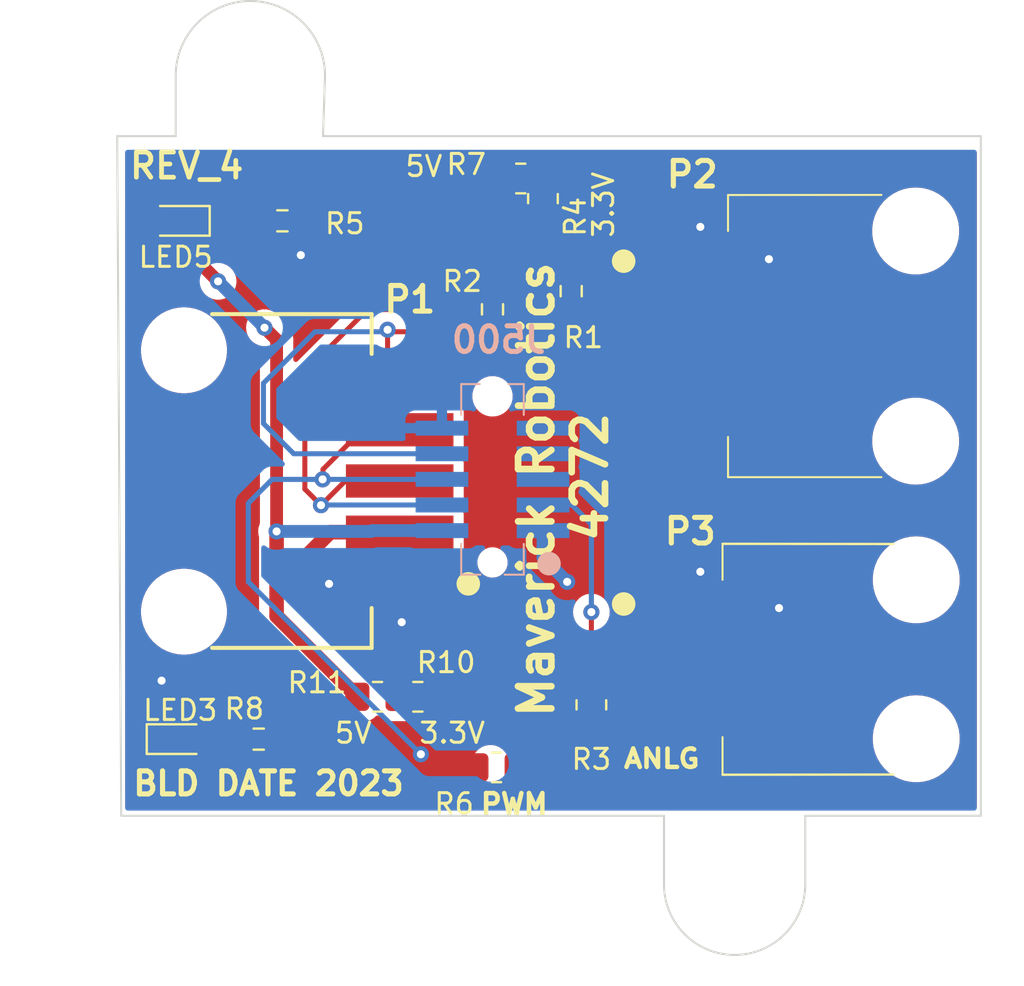
<source format=kicad_pcb>
(kicad_pcb (version 20221018) (generator pcbnew)
  (layers (0 "F.Cu" signal) (31 "B.Cu" signal) (34 "B.Paste" user) (35 "F.Paste" user) (36 "B.SilkS" user "B.Silkscreen") (37 "F.SilkS" user "F.Silkscreen") (38 "B.Mask" user) (39 "F.Mask" user) (44 "Edge.Cuts" user))
  (net 0 "")
  (net 1 "+3.3V")
  (net 2 "+5V")
  (net 3 "/ANALOG_IN")
  (net 4 "/FWD_LIM_SW")
  (net 6 "/ALT_ENC_A")
  (net 8 "/RVS_LIM_SW")
  (net 10 "GND")
  (net 11 "Net-(LED3-Pad2)")
  (net 12 "Net-(P1-Pad2)")
  (net 13 "Net-(P2-Pad2)")
  (net 14 "Net-(LED5-Pad1)")
  (net 15 "Net-(P3-Pad3)")
  (footprint "Library Loader:0015912045" (layer "F.Cu") (at 174.177 103.215 90)
    (fp_text reference "P2" (at 8.015 -7.877 180) (layer "F.SilkS") (effects (font (size 1.27 1.27) (thickness 0.254))))
    (fp_text value "0015912045" hide)
    (fp_line (start -6.995 -6.105) (end -6.995 1.5) (stroke (width 0.1)) (layer "F.SilkS"))
    (fp_line (start -5 -6.105) (end -6.995 -6.105) (stroke (width 0.1)) (layer "F.SilkS"))
    (fp_line (start 5.21 -6.105) (end 6.995 -6.105) (stroke (width 0.1)) (layer "F.SilkS"))
    (fp_line (start 6.995 -6.105) (end 7 1.5) (stroke (width 0.1)) (layer "F.SilkS"))
    (pad "" np_thru_hole circle locked (at -5.21 3.195 90) (size 3.81 3.81) (drill 3.81) (layers "*.Cu" "*.Mask"))
    (pad "" np_thru_hole circle locked (at 5.21 3.195 90) (size 3.81 3.81) (drill 3.81) (layers "*.Cu" "*.Mask"))
    (pad "1" smd rect locked (at 3.81 -7.495 90) (size 1.65 5.33) (layers "F.Cu" "F.Paste" "F.Mask") (net 10 "GND"))
    (pad "2" smd rect locked (at 1.27 -7.495 90) (size 1.65 5.33) (layers "F.Cu" "F.Paste" "F.Mask") (net 13 "Net-(P2-Pad2)"))
    (pad "3" smd rect locked (at -1.27 -7.495 90) (size 1.65 5.33) (layers "F.Cu" "F.Paste" "F.Mask") (net 4 "/FWD_LIM_SW"))
    (pad "4" smd rect locked (at -3.81 -7.495 90) (size 1.65 5.33) (layers "F.Cu" "F.Paste" "F.Mask") (net 8 "/RVS_LIM_SW"))
  )
  (footprint "Resistor_SMD:R_0805_2012Metric_Pad1.20x1.40mm_HandSolder" (layer "F.Cu") (at 156.6 124.6 180)
    (fp_text reference "R6" (at 2.1 -1.8 180) (layer "F.SilkS"))
    (fp_text value "0")
    (fp_line (start -0.227064 -0.735) (end 0.227064 -0.735) (stroke (width 0.12)) (layer "F.SilkS"))
    (fp_line (start -0.227064 0.735) (end 0.227064 0.735) (stroke (width 0.12)) (layer "F.SilkS"))
    (pad "1" smd roundrect (at -1 0 180) (size 1.2 1.4) (layers "F.Cu" "F.Paste" "F.Mask") (roundrect_rratio 0.208333) (net 15 "Net-(P3-Pad3)"))
    (pad "2" smd roundrect (at 1 0 180) (size 1.2 1.4) (layers "F.Cu" "F.Paste" "F.Mask") (roundrect_rratio 0.208333) (net 6 "/ALT_ENC_A"))
  )
  (footprint "Resistor_SMD:R_0805_2012Metric_Pad1.20x1.40mm_HandSolder" (layer "F.Cu") (at 161.3 121.5 90)
    (fp_text reference "R3" (at -2.7 0 180) (layer "F.SilkS"))
    (fp_text value "0")
    (fp_line (start -0.227064 -0.735) (end 0.227064 -0.735) (stroke (width 0.12)) (layer "F.SilkS"))
    (fp_line (start -0.227064 0.735) (end 0.227064 0.735) (stroke (width 0.12)) (layer "F.SilkS"))
    (pad "1" smd roundrect (at -1 0 90) (size 1.2 1.4) (layers "F.Cu" "F.Paste" "F.Mask") (roundrect_rratio 0.208333) (net 15 "Net-(P3-Pad3)"))
    (pad "2" smd roundrect (at 1 0 90) (size 1.2 1.4) (layers "F.Cu" "F.Paste" "F.Mask") (roundrect_rratio 0.208333) (net 3 "/ANALOG_IN"))
  )
  (footprint "Resistor_SMD:R_0805_2012Metric_Pad1.20x1.40mm_HandSolder" (layer "F.Cu") (at 150.7 121.1)
    (fp_text reference "R11" (at -3 -0.7) (layer "F.SilkS"))
    (fp_text value "0")
    (fp_line (start -0.227064 -0.735) (end 0.227064 -0.735) (stroke (width 0.12)) (layer "F.SilkS"))
    (fp_line (start -0.227064 0.735) (end 0.227064 0.735) (stroke (width 0.12)) (layer "F.SilkS"))
    (pad "1" smd roundrect (at -1 0) (size 1.2 1.4) (layers "F.Cu" "F.Paste" "F.Mask") (roundrect_rratio 0.208333) (net 2 "+5V"))
    (pad "2" smd roundrect (at 1 0) (size 1.2 1.4) (layers "F.Cu" "F.Paste" "F.Mask") (roundrect_rratio 0.208333) (net 12 "Net-(P1-Pad2)"))
  )
  (footprint "LED_SMD:LED_0603_1608Metric_Pad1.05x0.95mm_HandSolder" (layer "F.Cu") (at 140.925 123.2)
    (fp_text reference "LED3" (at 0 -1.43) (layer "F.SilkS"))
    (fp_text value "LTST-C190KGKT")
    (fp_line (start -1.66 -0.735) (end -1.66 0.735) (stroke (width 0.12)) (layer "F.SilkS"))
    (fp_line (start -1.66 0.735) (end 0.8 0.735) (stroke (width 0.12)) (layer "F.SilkS"))
    (fp_line (start 0.8 -0.735) (end -1.66 -0.735) (stroke (width 0.12)) (layer "F.SilkS"))
    (pad "1" smd roundrect (at -0.875 0) (size 1.05 0.95) (layers "F.Cu" "F.Paste" "F.Mask") (net 10 "GND"))
    (pad "2" smd roundrect (at 0.875 0) (size 1.05 0.95) (layers "F.Cu" "F.Paste" "F.Mask") (net 11 "Net-(LED3-Pad2)"))
  )
  (footprint "LED_SMD:LED_0603_1608Metric_Pad1.05x0.95mm_HandSolder" (layer "F.Cu") (at 140.725 97.5 180)
    (fp_text reference "LED5" (at 0.025 -1.8) (layer "F.SilkS"))
    (fp_text value "LTST-C190KGKT")
    (fp_line (start -1.66 -0.735) (end -1.66 0.735) (stroke (width 0.12)) (layer "F.SilkS"))
    (fp_line (start -1.66 0.735) (end 0.8 0.735) (stroke (width 0.12)) (layer "F.SilkS"))
    (fp_line (start 0.8 -0.735) (end -1.66 -0.735) (stroke (width 0.12)) (layer "F.SilkS"))
    (pad "1" smd roundrect (at -0.875 0 180) (size 1.05 0.95) (layers "F.Cu" "F.Paste" "F.Mask") (net 14 "Net-(LED5-Pad1)"))
    (pad "2" smd roundrect (at 0.875 0 180) (size 1.05 0.95) (layers "F.Cu" "F.Paste" "F.Mask") (net 2 "+5V"))
  )
  (footprint "Resistor_SMD:R_0805_2012Metric_Pad1.20x1.40mm_HandSolder" (layer "F.Cu") (at 152.7 121.1 180)
    (fp_text reference "R10" (at -1.4 1.7) (layer "F.SilkS"))
    (fp_text value "0")
    (fp_line (start -0.227064 -0.735) (end 0.227064 -0.735) (stroke (width 0.12)) (layer "F.SilkS"))
    (fp_line (start -0.227064 0.735) (end 0.227064 0.735) (stroke (width 0.12)) (layer "F.SilkS"))
    (pad "1" smd roundrect (at -1 0 180) (size 1.2 1.4) (layers "F.Cu" "F.Paste" "F.Mask") (roundrect_rratio 0.208333) (net 1 "+3.3V"))
    (pad "2" smd roundrect (at 1 0 180) (size 1.2 1.4) (layers "F.Cu" "F.Paste" "F.Mask") (roundrect_rratio 0.208333) (net 12 "Net-(P1-Pad2)"))
  )
  (footprint "Resistor_SMD:R_0603_1608Metric_Pad0.98x0.95mm_HandSolder" (layer "F.Cu") (at 145.9875 97.5)
    (fp_text reference "R5" (at 3.0905 0.14) (layer "F.SilkS"))
    (fp_text value "301")
    (fp_line (start -0.254724 -0.5225) (end 0.254724 -0.5225) (stroke (width 0.12)) (layer "F.SilkS"))
    (fp_line (start -0.254724 0.5225) (end 0.254724 0.5225) (stroke (width 0.12)) (layer "F.SilkS"))
    (pad "1" smd roundrect (at -0.9125 0) (size 0.975 0.95) (layers "F.Cu" "F.Paste" "F.Mask") (net 14 "Net-(LED5-Pad1)"))
    (pad "2" smd roundrect (at 0.9125 0) (size 0.975 0.95) (layers "F.Cu" "F.Paste" "F.Mask") (net 10 "GND"))
  )
  (footprint "Library Loader:15917050" (layer "F.Cu") (at 144.305 110.4 -90)
    (fp_text reference "P1" (at -9 -7.995 180) (layer "F.SilkS") (effects (font (size 1.27 1.27) (thickness 0.254))))
    (fp_text value "15-91-7050" hide)
    (fp_line (start -8.275 -6.105) (end -6.3 -6.105) (stroke (width 0.2)) (layer "F.SilkS"))
    (fp_line (start -8.275 1.8) (end -8.275 -6.105) (stroke (width 0.2)) (layer "F.SilkS"))
    (fp_line (start 6.3 -6.105) (end 8.275 -6.105) (stroke (width 0.2)) (layer "F.SilkS"))
    (fp_line (start 8.275 -6.105) (end 8.275 1.5) (stroke (width 0.2)) (layer "F.SilkS"))
    (fp_line (start 8.275 1.5) (end 8.275 1.8) (stroke (width 0.2)) (layer "F.SilkS"))
    (pad "" np_thru_hole circle (at -6.48 3.195 270) (size 3.76 3.76) (drill 3.76) (layers "*.Cu" "*.Mask"))
    (pad "" np_thru_hole circle (at 6.48 3.195 270) (size 3.76 3.76) (drill 3.76) (layers "*.Cu" "*.Mask"))
    (pad "1" smd rect (at 5.08 -7.495 270) (size 1.65 5.33) (layers "F.Cu" "F.Paste" "F.Mask") (net 10 "GND"))
    (pad "2" smd rect (at 2.54 -7.495 270) (size 1.65 5.33) (layers "F.Cu" "F.Paste" "F.Mask") (net 12 "Net-(P1-Pad2)"))
    (pad "3" smd rect (at 0 -7.495 270) (size 1.65 5.33) (layers "F.Cu" "F.Paste" "F.Mask") (net 4 "/FWD_LIM_SW"))
    (pad "4" smd rect (at -2.54 -7.495 270) (size 1.65 5.33) (layers "F.Cu" "F.Paste" "F.Mask") (net 6 "/ALT_ENC_A"))
    (pad "5" smd rect (at -5.08 -7.495 270) (size 1.65 5.33) (layers "F.Cu" "F.Paste" "F.Mask") (net 8 "/RVS_LIM_SW"))
  )
  (footprint "Resistor_SMD:R_0805_2012Metric_Pad1.20x1.40mm_HandSolder" (layer "F.Cu") (at 158.9 96.4 -90)
    (fp_text reference "R4" (at 0.9 -1.6 90) (layer "F.SilkS"))
    (fp_text value "0")
    (fp_line (start -0.227064 -0.735) (end 0.227064 -0.735) (stroke (width 0.12)) (layer "F.SilkS"))
    (fp_line (start -0.227064 0.735) (end 0.227064 0.735) (stroke (width 0.12)) (layer "F.SilkS"))
    (pad "1" smd roundrect (at -1 0 270) (size 1.2 1.4) (layers "F.Cu" "F.Paste" "F.Mask") (roundrect_rratio 0.208333) (net 13 "Net-(P2-Pad2)"))
    (pad "2" smd roundrect (at 1 0 270) (size 1.2 1.4) (layers "F.Cu" "F.Paste" "F.Mask") (roundrect_rratio 0.208333) (net 1 "+3.3V"))
  )
  (footprint "MountingHole:MountingHole_3.2mm_M3" (layer "F.Cu") (at 168.447 130.4)
    (fp_text reference "MH2" hide)
    (fp_text value "MountingHole")
    (pad "" np_thru_hole circle (at 0 0) (size 3.2 3.2) (drill 3.2) (layers "*.Cu" "*.Mask"))
  )
  (footprint "Resistor_SMD:R_0603_1608Metric_Pad0.98x0.95mm_HandSolder" (layer "F.Cu") (at 144.8125 123.2 180)
    (fp_text reference "R8" (at 0.7125 1.5) (layer "F.SilkS"))
    (fp_text value "137")
    (fp_line (start -0.254724 -0.5225) (end 0.254724 -0.5225) (stroke (width 0.12)) (layer "F.SilkS"))
    (fp_line (start -0.254724 0.5225) (end 0.254724 0.5225) (stroke (width 0.12)) (layer "F.SilkS"))
    (pad "1" smd roundrect (at -0.9125 0 180) (size 0.975 0.95) (layers "F.Cu" "F.Paste" "F.Mask") (net 1 "+3.3V"))
    (pad "2" smd roundrect (at 0.9125 0 180) (size 0.975 0.95) (layers "F.Cu" "F.Paste" "F.Mask") (net 11 "Net-(LED3-Pad2)"))
  )
  (footprint "Resistor_SMD:R_0603_1608Metric_Pad0.98x0.95mm_HandSolder" (layer "F.Cu") (at 160.3 100.9875 90)
    (fp_text reference "R1" (at -2.3 0.6 180) (layer "F.SilkS"))
    (fp_text value "10K")
    (fp_line (start -0.254724 -0.5225) (end 0.254724 -0.5225) (stroke (width 0.12)) (layer "F.SilkS"))
    (fp_line (start -0.254724 0.5225) (end 0.254724 0.5225) (stroke (width 0.12)) (layer "F.SilkS"))
    (pad "1" smd roundrect (at -0.9125 0 90) (size 0.975 0.95) (layers "F.Cu" "F.Paste" "F.Mask") (net 4 "/FWD_LIM_SW"))
    (pad "2" smd roundrect (at 0.9125 0 90) (size 0.975 0.95) (layers "F.Cu" "F.Paste" "F.Mask") (net 1 "+3.3V"))
  )
  (footprint "Library Loader:15912035" (layer "F.Cu") (at 177.4 119.24 90)
    (fp_text reference "P3" (at 6.34 -11.2 180) (layer "F.SilkS") (effects (font (size 1.27 1.27) (thickness 0.254))))
    (fp_text value "15912035" hide)
    (fp_line (start -5.725 -9.6) (end -3.86 -9.6) (stroke (width 0.1)) (layer "F.SilkS"))
    (fp_line (start -5.715 -1.143) (end -5.725 -9.6) (stroke (width 0.12)) (layer "F.SilkS"))
    (fp_line (start 3.94 -9.6) (end 5.725 -9.6) (stroke (width 0.1)) (layer "F.SilkS"))
    (fp_line (start 5.715 -1.143) (end 5.725 -9.6) (stroke (width 0.12)) (layer "F.SilkS"))
    (pad "" np_thru_hole circle (at -3.94 0 90) (size 3.81 3.81) (drill 3.81) (layers "*.Cu" "*.Mask"))
    (pad "" np_thru_hole circle (at 3.94 0 90) (size 3.81 3.81) (drill 3.81) (layers "*.Cu" "*.Mask"))
    (pad "1" smd rect (at 2.54 -10.69 90) (size 1.65 5.33) (layers "F.Cu" "F.Paste" "F.Mask") (net 10 "GND"))
    (pad "2" smd rect (at 0 -10.69 90) (size 1.65 5.33) (layers "F.Cu" "F.Paste" "F.Mask") (net 1 "+3.3V"))
    (pad "3" smd rect (at -2.54 -10.69 90) (size 1.65 5.33) (layers "F.Cu" "F.Paste" "F.Mask") (net 15 "Net-(P3-Pad3)"))
  )
  (footprint "Resistor_SMD:R_0805_2012Metric_Pad1.20x1.40mm_HandSolder" (layer "F.Cu") (at 157.8 95.4)
    (fp_text reference "R7" (at -2.7 -0.7) (layer "F.SilkS"))
    (fp_text value "0")
    (fp_line (start -0.227064 -0.735) (end 0.227064 -0.735) (stroke (width 0.12)) (layer "F.SilkS"))
    (fp_line (start -0.227064 0.735) (end 0.227064 0.735) (stroke (width 0.12)) (layer "F.SilkS"))
    (pad "1" smd roundrect (at -1 0) (size 1.2 1.4) (layers "F.Cu" "F.Paste" "F.Mask") (roundrect_rratio 0.208333) (net 2 "+5V"))
    (pad "2" smd roundrect (at 1 0) (size 1.2 1.4) (layers "F.Cu" "F.Paste" "F.Mask") (roundrect_rratio 0.208333) (net 13 "Net-(P2-Pad2)"))
  )
  (footprint "" (layer "F.Cu") (at 144.347714 90.3 180)
    (fp_text reference "" (at 0 0) (layer "F.SilkS") (effects (font (size 1.27 1.27))))
    (fp_text value "" (at 0 0) (layer "F.SilkS") (effects (font (size 1.27 1.27))))
    (pad "" np_thru_hole circle (at 0 0 180) (size 3.2 3.2) (drill 3.2) (layers "F&B.Cu" "*.Mask"))
  )
  (footprint "Resistor_SMD:R_0603_1608Metric_Pad0.98x0.95mm_HandSolder" (layer "F.Cu") (at 156.4 101.8875 -90)
    (fp_text reference "R2" (at -1.3875 1.5 180) (layer "F.SilkS"))
    (fp_text value "10K")
    (fp_line (start -0.254724 -0.5225) (end 0.254724 -0.5225) (stroke (width 0.12)) (layer "F.SilkS"))
    (fp_line (start -0.254724 0.5225) (end 0.254724 0.5225) (stroke (width 0.12)) (layer "F.SilkS"))
    (pad "1" smd roundrect (at -0.9125 0 270) (size 0.975 0.95) (layers "F.Cu" "F.Paste" "F.Mask") (net 1 "+3.3V"))
    (pad "2" smd roundrect (at 0.9125 0 270) (size 0.975 0.95) (layers "F.Cu" "F.Paste" "F.Mask") (net 8 "/RVS_LIM_SW"))
  )
  (footprint "Library Loader:M503110542" (layer "B.Cu") (at 157.76 100.0875 -90)
    (fp_text reference "J500" (at 3.3125 1.06 180) (layer "B.SilkS") (effects (font (size 1.27 1.27) (thickness 0.254)) (justify mirror)))
    (fp_text value "M50-3110542" hide)
    (fp_line (start 5.5075 -0.19) (end 5.5075 0.56) (stroke (width 0.1)) (layer "B.SilkS"))
    (fp_line (start 5.5075 2.91) (end 5.5075 1.995) (stroke (width 0.1)) (layer "B.SilkS"))
    (fp_line (start 7.0325 -0.19) (end 5.5075 -0.19) (stroke (width 0.1)) (layer "B.SilkS"))
    (fp_line (start 7.0325 2.91) (end 5.5075 2.91) (stroke (width 0.1)) (layer "B.SilkS"))
    (fp_line (start 14.9575 -0.19) (end 13.4325 -0.19) (stroke (width 0.1)) (layer "B.SilkS"))
    (fp_line (start 14.9575 0.76) (end 14.9575 -0.19) (stroke (width 0.1)) (layer "B.SilkS"))
    (fp_line (start 14.9575 1.96) (end 14.9575 2.91) (stroke (width 0.1)) (layer "B.SilkS"))
    (fp_line (start 14.9575 2.91) (end 13.4325 2.91) (stroke (width 0.1)) (layer "B.SilkS"))
    (pad "" np_thru_hole circle (at 6.1125 1.36 90) (size 1.5 1.5) (drill 1.5) (layers "*.Cu" "*.Mask"))
    (pad "" np_thru_hole circle (at 14.3525 1.36 90) (size 1 1) (drill 1) (layers "*.Cu" "*.Mask"))
    (pad "1" smd rect (at 12.7725 -1.145 90) (size 0.74 2.61) (layers "B.Cu" "B.Paste" "B.Mask") (net 1 "+3.3V"))
    (pad "2" smd rect (at 12.7725 3.865 90) (size 0.74 2.61) (layers "B.Cu" "B.Paste" "B.Mask") (net 2 "+5V"))
    (pad "3" smd rect (at 11.5025 -1.145 90) (size 0.74 2.61) (layers "B.Cu" "B.Paste" "B.Mask") (net 3 "/ANALOG_IN"))
    (pad "4" smd rect (at 11.5025 3.865 90) (size 0.74 2.61) (layers "B.Cu" "B.Paste" "B.Mask") (net 4 "/FWD_LIM_SW"))
    (pad "5" smd rect (at 10.2325 -1.145 90) (size 0.74 2.61) (layers "B.Cu" "B.Paste" "B.Mask"))
    (pad "6" smd rect (at 10.2325 3.865 90) (size 0.74 2.61) (layers "B.Cu" "B.Paste" "B.Mask") (net 6 "/ALT_ENC_A"))
    (pad "7" smd rect (at 8.9625 -1.145 90) (size 0.74 2.61) (layers "B.Cu" "B.Paste" "B.Mask"))
    (pad "8" smd rect (at 8.9625 3.865 90) (size 0.74 2.61) (layers "B.Cu" "B.Paste" "B.Mask") (net 8 "/RVS_LIM_SW"))
    (pad "9" smd rect (at 7.6925 -1.145 90) (size 0.74 2.61) (layers "B.Cu" "B.Paste" "B.Mask"))
    (pad "10" smd rect (at 7.6925 3.865 90) (size 0.74 2.61) (layers "B.Cu" "B.Paste" "B.Mask") (net 10 "GND"))
  )
  (gr_circle (center 159.2 114.5) (end 159.708 114.5) (stroke (width 0.15)) (fill solid) (layer "B.SilkS"))
  (gr_circle (center 155.2 115.5) (end 155.708 115.5) (stroke (width 0.15)) (fill solid) (layer "F.SilkS"))
  (gr_circle (center 162.9 116.5) (end 163.408 116.5) (stroke (width 0.15)) (fill solid) (layer "F.SilkS"))
  (gr_circle (center 162.9 99.5) (end 163.408 99.5) (stroke (width 0.15)) (fill solid) (layer "F.SilkS"))
  (gr_line (start 171.9 127) (end 180.6 127) (stroke (width 0.1)) (layer "Edge.Cuts"))
  (gr_line (start 140.7 93.3) (end 137.8 93.3) (stroke (width 0.1)) (layer "Edge.Cuts"))
  (gr_arc (start 140.7 90.3) (mid 144.4 86.6) (end 148.1 90.3) (stroke (width 0.1)) (layer "Edge.Cuts"))
  (gr_line (start 171.899993 130.4) (end 171.9 127) (stroke (width 0.1)) (layer "Edge.Cuts"))
  (gr_line (start 137.8 93.3) (end 138 127) (stroke (width 0.1)) (layer "Edge.Cuts"))
  (gr_line (start 180.6 127) (end 180.6 93.3) (stroke (width 0.1)) (layer "Edge.Cuts"))
  (gr_arc (start 171.899993 130.4) (mid 168.4 133.899993) (end 164.900007 130.4) (stroke (width 0.1)) (layer "Edge.Cuts"))
  (gr_line (start 148.1 90.3) (end 148 93.3) (stroke (width 0.1)) (layer "Edge.Cuts"))
  (gr_line (start 138 127) (end 164.9 127) (stroke (width 0.1)) (layer "Edge.Cuts"))
  (gr_line (start 140.7 90.3) (end 140.7 93.3) (stroke (width 0.1)) (layer "Edge.Cuts"))
  (gr_line (start 180.6 93.3) (end 148 93.3) (stroke (width 0.1)) (layer "Edge.Cuts"))
  (gr_line (start 164.900007 130.4) (end 164.9 127) (stroke (width 0.1)) (layer "Edge.Cuts"))
  (gr_text "PWM" (at 155.7 127) (layer "F.SilkS") (effects (font (size 0.992 0.992) (thickness 0.2238) bold) (justify left bottom)))
  (gr_text "Maverick Robotics \n4272" (at 159.9 110.2 90) (layer "F.SilkS") (effects (font (size 1.651 1.651) (thickness 0.3302))))
  (gr_text "5V" (at 153 94.8) (layer "F.SilkS") (effects (font (size 1 1))))
  (gr_text "REV_4" (at 138.3 95.5) (layer "F.SilkS") (effects (font (size 1.246 1.246) (thickness 0.2353) bold) (justify left bottom)))
  (gr_text "3.3V" (at 154.4 122.9) (layer "F.SilkS") (effects (font (size 1 1))))
  (gr_text "BLD DATE 2023" (at 145.3 125.4) (layer "F.SilkS") (effects (font (size 1.143 1.143) (thickness 0.254))))
  (gr_text "5V\n" (at 149.5 122.9) (layer "F.SilkS") (effects (font (size 1 1))))
  (gr_text "ANLG" (at 162.8 124.7) (layer "F.SilkS") (effects (font (size 0.912 0.992) (thickness 0.2238) bold) (justify left bottom)))
  (gr_text "3.3V" (at 161.9 96.7 90) (layer "F.SilkS") (effects (font (size 1 1))))
  (via (at 160.1 115.4) (size 0.8) (drill 0.4) (layers "F.Cu" "B.Cu") (net 1))
  (segment (start 158.905 114.205) (end 158.905 112.905) (width 0.635) (layer "B.Cu") (net 1))
  (segment (start 158.905 112.86) (end 158.905 112.905) (width 0.25) (layer "B.Cu") (net 1))
  (segment (start 160.1 115.4) (end 158.905 114.205) (width 0.635) (layer "B.Cu") (net 1))
  (segment (start 142.8 100.5) (end 139.8 97.5) (width 0.635) (layer "F.Cu") (net 2))
  (segment (start 145.7 112.9) (end 145.7 117.1) (width 0.722) (layer "F.Cu") (net 2))
  (segment (start 145.7 117.1) (end 149.7 121.1) (width 0.722) (layer "F.Cu") (net 2))
  (segment (start 142.5 94.8) (end 156.2 94.8) (width 0.722) (layer "F.Cu") (net 2))
  (segment (start 145.7 103.4) (end 145.1 102.8) (width 0.635) (layer "F.Cu") (net 2))
  (segment (start 139.8 97.5) (end 142.5 94.8) (width 0.722) (layer "F.Cu") (net 2))
  (segment (start 156.2 94.8) (end 156.8 95.4) (width 0.722) (layer "F.Cu") (net 2))
  (segment (start 145.7 112.9) (end 145.7 103.4) (width 0.635) (layer "F.Cu") (net 2))
  (via (at 145.1 102.8) (size 0.8) (drill 0.4) (layers "F.Cu" "B.Cu") (net 2))
  (via (at 142.8 100.5) (size 0.8) (drill 0.4) (layers "F.Cu" "B.Cu") (net 2))
  (via (at 145.7 112.9) (size 0.8) (drill 0.4) (layers "F.Cu" "B.Cu") (net 2))
  (segment (start 150.44 112.86) (end 153.895 112.86) (width 0.635) (layer "B.Cu") (net 2))
  (segment (start 142.8 100.5) (end 145.1 102.8) (width 0.635) (layer "B.Cu") (net 2))
  (segment (start 145.7 112.9) (end 150.4 112.9) (width 0.635) (layer "B.Cu") (net 2))
  (segment (start 150.4 112.9) (end 150.44 112.86) (width 0.635) (layer "B.Cu") (net 2))
  (segment (start 161.3 118.1) (end 161.3 116.9) (width 0.25) (layer "F.Cu") (net 3))
  (segment (start 161.3 118.1) (end 161.3 118.4) (width 0.254) (layer "F.Cu") (net 3))
  (segment (start 161.3 120.6) (end 161.4 120.6) (width 0.25) (layer "F.Cu") (net 3))
  (segment (start 161.3 120.5) (end 161.3 118.1) (width 0.25) (layer "F.Cu") (net 3))
  (via (at 161.3 116.9) (size 0.8) (drill 0.4) (layers "F.Cu" "B.Cu") (net 3))
  (segment (start 161.3 112.545) (end 160.345 111.59) (width 0.254) (layer "B.Cu") (net 3))
  (segment (start 161.3 116.9) (end 161.3 112.545) (width 0.254) (layer "B.Cu") (net 3))
  (segment (start 160.345 111.59) (end 158.905 111.59) (width 0.254) (layer "B.Cu") (net 3))
  (segment (start 161.4 101.9) (end 150.2 101.9) (width 0.25) (layer "F.Cu") (net 4))
  (segment (start 163.985 104.485) (end 161.4 101.9) (width 0.25) (layer "F.Cu") (net 4))
  (segment (start 166.682 104.485) (end 163.985 104.485) (width 0.25) (layer "F.Cu") (net 4))
  (segment (start 147.1 110.8) (end 147.9 111.6) (width 0.25) (layer "F.Cu") (net 4))
  (segment (start 147.1 105) (end 147.1 110.8) (width 0.25) (layer "F.Cu") (net 4))
  (segment (start 151.8 110.4) (end 149.1 110.4) (width 0.25) (layer "F.Cu") (net 4))
  (segment (start 150.2 101.9) (end 147.1 105) (width 0.25) (layer "F.Cu") (net 4))
  (segment (start 149.1 110.4) (end 147.9 111.6) (width 0.25) (layer "F.Cu") (net 4))
  (via (at 147.9 111.6) (size 0.8) (drill 0.4) (layers "F.Cu" "B.Cu") (net 4))
  (segment (start 147.91 111.59) (end 147.9 111.6) (width 0.25) (layer "B.Cu") (net 4))
  (segment (start 153.895 111.59) (end 147.91 111.59) (width 0.25) (layer "B.Cu") (net 4))
  (segment (start 148 109.82) (end 148 110.3) (width 0.25) (layer "F.Cu") (net 6))
  (segment (start 155.6 124.6) (end 153.5 124.6) (width 0.25) (layer "F.Cu") (net 6))
  (segment (start 153.5 124.6) (end 152.85 123.95) (width 0.25) (layer "F.Cu") (net 6))
  (segment (start 151.8 107.86) (end 149.96 107.86) (width 0.25) (layer "F.Cu") (net 6))
  (segment (start 149.96 107.86) (end 148 109.82) (width 0.25) (layer "F.Cu") (net 6))
  (via (at 152.85 123.95) (size 0.8) (drill 0.4) (layers "F.Cu" "B.Cu") (net 6))
  (via (at 147.98 110.32) (size 0.8) (drill 0.4) (layers "F.Cu" "B.Cu") (net 6))
  (segment (start 145.48 110.32) (end 147.98 110.32) (width 0.254) (layer "B.Cu") (net 6))
  (segment (start 152.85 123.95) (end 144.3 115.4) (width 0.254) (layer "B.Cu") (net 6))
  (segment (start 144.3 111.5) (end 145.48 110.32) (width 0.254) (layer "B.Cu") (net 6))
  (segment (start 153.895 110.32) (end 147.98 110.32) (width 0.25) (layer "B.Cu") (net 6))
  (segment (start 144.3 115.4) (end 144.3 111.5) (width 0.254) (layer "B.Cu") (net 6))
  (segment (start 151.3 103) (end 160.817 103) (width 0.25) (layer "F.Cu") (net 8))
  (segment (start 151.2 102.9) (end 151.2 104.72) (width 0.25) (layer "F.Cu") (net 8))
  (segment (start 164.842 107.025) (end 166.682 107.025) (width 0.25) (layer "F.Cu") (net 8))
  (segment (start 151.2 104.72) (end 151.8 105.32) (width 0.25) (layer "F.Cu") (net 8))
  (segment (start 160.817 103) (end 164.842 107.025) (width 0.254) (layer "F.Cu") (net 8))
  (segment (start 151.2 102.9) (end 151.3 103) (width 0.25) (layer "F.Cu") (net 8))
  (via (at 151.2 102.9) (size 0.8) (drill 0.4) (layers "F.Cu" "B.Cu") (net 8))
  (segment (start 146.55 109.05) (end 153.895 109.05) (width 0.25) (layer "B.Cu") (net 8))
  (segment (start 151.2 102.9) (end 151.1 103) (width 0.25) (layer "B.Cu") (net 8))
  (segment (start 145.05 105.55) (end 145.05 107.55) (width 0.25) (layer "B.Cu") (net 8))
  (segment (start 145.05 107.55) (end 146.55 109.05) (width 0.25) (layer "B.Cu") (net 8))
  (segment (start 147.6 103) (end 145.05 105.55) (width 0.25) (layer "B.Cu") (net 8))
  (segment (start 151.1 103) (end 147.6 103) (width 0.25) (layer "B.Cu") (net 8))
  (segment (start 140.05 123.2) (end 140 123.15) (width 0.25) (layer "F.Cu") (net 10))
  (segment (start 166.71 116.7) (end 166.71 114.91) (width 0.635) (layer "F.Cu") (net 10))
  (segment (start 166.682 99.405) (end 166.682 97.818) (width 0.635) (layer "F.Cu") (net 10))
  (segment (start 166.682 97.818) (end 166.7 97.8) (width 0.635) (layer "F.Cu") (net 10))
  (segment (start 166.7 114.9) (end 166.71 114.91) (width 0.25) (layer "F.Cu") (net 10))
  (segment (start 170.095 99.405) (end 166.682 99.405) (width 0.635) (layer "F.Cu") (net 10))
  (segment (start 146.9 97.5) (end 146.9 99.2) (width 0.635) (layer "F.Cu") (net 10))
  (segment (start 140 123.15) (end 140 120.3) (width 0.635) (layer "F.Cu") (net 10))
  (segment (start 148.3 115.5) (end 148.32 115.48) (width 0.635) (layer "F.Cu") (net 10))
  (segment (start 151.9 117.4) (end 151.8 117.3) (width 0.635) (layer "F.Cu") (net 10))
  (segment (start 148.32 115.48) (end 151.8 115.48) (width 0.635) (layer "F.Cu") (net 10))
  (segment (start 166.71 116.7) (end 170.6 116.7) (width 0.635) (layer "F.Cu") (net 10))
  (segment (start 170.1 99.4) (end 170.095 99.405) (width 0.635) (layer "F.Cu") (net 10))
  (segment (start 151.8 117.3) (end 151.8 115.48) (width 0.635) (layer "F.Cu") (net 10))
  (via (at 170.6 116.7) (size 0.8) (drill 0.4) (layers "F.Cu" "B.Cu") (net 10))
  (via (at 148.3 115.5) (size 0.8) (drill 0.4) (layers "F.Cu" "B.Cu") (net 10))
  (via (at 140 120.3) (size 0.8) (drill 0.4) (layers "F.Cu" "B.Cu") (net 10))
  (via (at 146.9 99.2) (size 0.8) (drill 0.4) (layers "F.Cu" "B.Cu") (net 10))
  (via (at 170.1 99.4) (size 0.8) (drill 0.4) (layers "F.Cu" "B.Cu") (net 10))
  (via (at 166.7 97.8) (size 0.8) (drill 0.4) (layers "F.Cu" "B.Cu") (net 10))
  (via (at 166.7 114.9) (size 0.8) (drill 0.4) (layers "F.Cu" "B.Cu") (net 10))
  (via (at 151.9 117.4) (size 0.8) (drill 0.4) (layers "F.Cu" "B.Cu") (net 10))
  (segment (start 143.9 123.2) (end 141.8 123.2) (width 0.25) (layer "F.Cu") (net 11))
  (segment (start 151.8 112.94) (end 148.36 112.94) (width 0.722) (layer "F.Cu") (net 12))
  (segment (start 148.36 112.94) (end 146.8 114.5) (width 0.722) (layer "F.Cu") (net 12))
  (segment (start 146.8 116.2) (end 151.7 121.1) (width 0.722) (layer "F.Cu") (net 12))
  (segment (start 146.8 114.5) (end 146.8 116.2) (width 0.722) (layer "F.Cu") (net 12))
  (segment (start 158.9 95.4) (end 161.5 98) (width 0.722) (layer "F.Cu") (net 13))
  (segment (start 161.5 100.3) (end 163.145 101.945) (width 0.722) (layer "F.Cu") (net 13))
  (segment (start 168.282 101.945) (end 166.682 101.945) (width 0.25) (layer "F.Cu") (net 13))
  (segment (start 161.5 98) (end 161.5 100.3) (width 0.722) (layer "F.Cu") (net 13))
  (segment (start 163.145 101.945) (end 168.282 101.945) (width 0.722) (layer "F.Cu") (net 13))
  (segment (start 141.6 97.5) (end 145.075 97.5) (width 0.25) (layer "F.Cu") (net 14))
  (segment (start 162.02 121.78) (end 161.3 122.5) (width 0.25) (layer "F.Cu") (net 15))
  (segment (start 157.6 124.2) (end 157.6 124.6) (width 0.25) (layer "F.Cu") (net 15))
  (segment (start 161.3 122.5) (end 159.7 122.5) (width 0.25) (layer "F.Cu") (net 15))
  (segment (start 166.71 121.78) (end 162.02 121.78) (width 0.25) (layer "F.Cu") (net 15))
  (segment (start 159.7 122.5) (end 157.6 124.6) (width 0.25) (layer "F.Cu") (net 15))
  (zone (net 1) (net_name "+3.3V") (layer "F.Cu") (connect_pads (clearance 0.508)) (min_thickness 0.254) (fill yes (thermal_gap 0.508) (thermal_bridge_width 0.508))
    (polygon (pts (xy 180.4 126.7) (xy 138.2 126.7) (xy 138.2 94) (xy 180.4 94)))
  )
  (zone (net 10) (net_name "GND") (layer "B.Cu") (connect_pads (clearance 0.508)) (min_thickness 0.254) (fill yes (thermal_gap 0.508) (thermal_bridge_width 0.508))
    (polygon (pts (xy 180.4 126.743) (xy 138.194 126.743) (xy 138.194 93.977) (xy 180.4 93.977)))
  )
  (zone (net 0) (net_name "") (layer "B.Cu") (connect_pads (clearance 0)) (min_thickness 0.254)
    (keepout (tracks not_allowed) (vias not_allowed) (pads not_allowed) (copperpour not_allowed) (footprints allowed))
    (fill (thermal_gap 0.508) (thermal_bridge_width 0.508))
    (polygon (pts (xy 157.5 113.6) (xy 155.3 113.584862) (xy 155.3 107) (xy 157.5 107)))
  )
)
</source>
